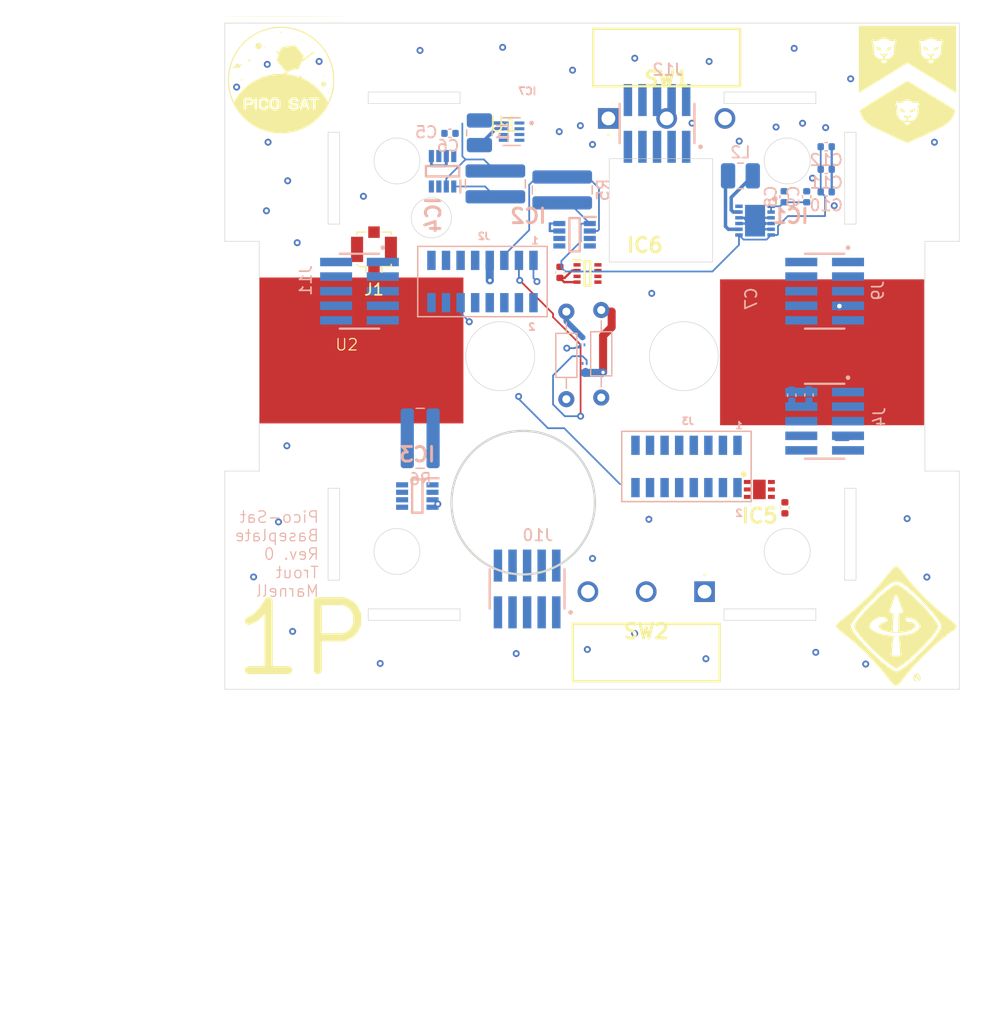
<source format=kicad_pcb>
(kicad_pcb (version 20221018) (generator pcbnew)
  (layers (0 "F.Cu" signal) (1 "In1.Cu" signal) (2 "In2.Cu" signal) (31 "B.Cu" signal) (34 "B.Paste" user) (35 "F.Paste" user) (36 "B.SilkS" user "B.Silkscreen") (37 "F.SilkS" user "F.Silkscreen") (38 "B.Mask" user) (39 "F.Mask" user) (44 "Edge.Cuts" user))
  (net 0 "")
  (net 1 "RF ANTENNA")
  (net 2 "GND")
  (net 3 "Battery +")
  (net 4 "MCU ENABLE 2")
  (net 5 "+1V8")
  (net 6 "MCU ENABLE 1")
  (net 7 "VMPPT")
  (net 8 "PWM2(4)")
  (net 9 "1V8 MEASURE")
  (net 10 "3V3 MEASURE")
  (net 11 "MPPT ENABLE ")
  (net 12 "SDA(1)")
  (net 13 "SCL(1)")
  (net 14 "DRV ENABLE 1")
  (net 15 "PWM2(1)")
  (net 16 "PWM1(1)")
  (net 17 "1.8V")
  (net 18 "DRV ENABLE 2")
  (net 19 "PWM1(2)")
  (net 20 "PWM2(3)")
  (net 21 "PWM1(3)")
  (net 22 "DRV ENABLE 4")
  (net 23 "PWM1(4)")
  (net 24 "Net-(IC1-BULX)")
  (net 25 "Net-(IC1-BOLX)")
  (net 26 "3.3V")
  (net 27 "SCL(2)")
  (net 28 "SDA(2) ")
  (net 32 "VBAT+")
  (net 33 "DRV ENABLE 3")
  (net 34 "DRV ENABLE 5")
  (net 35 "PWM1(5)")
  (net 36 "PWM2(5)")
  (net 37 "PWM2(2) ")
  (net 38 "SDA(2)")
  (net 39 "PWM2(2)")
  (net 40 "Net-(Q1-D)")
  (net 41 "Net-(Q2-D)")
  (net 44 "Net-(IC7-SW)")
  (footprint "LIB_D2F-L2-A1 (1):D2FL2A1" (layer "F.Cu") (at 106.8 83.5 180)
    (fp_text reference "SW2")
    (fp_text value "SW_SPDT" hide)
  )
  (footprint "LOGO" (layer "F.Cu") (at 124.468517 39.409782)
    (fp_text reference "G***" hide)
    (fp_text value "LOGO" hide)
  )
  (footprint "LOGO" (layer "F.Cu") (at 69.89 38.89)
    (fp_text reference "G***" hide)
    (fp_text value "LOGO" hide)
  )
  (footprint "LOGO" (layer "F.Cu") (at 123.527845 86.525938)
    (fp_text reference "" hide)
    (fp_text value "LOGO" hide)
  )
  (footprint "" (layer "F.Cu") (at 117.04 62.66)
    (fp_text reference "U1")
    (fp_text value "~")
  )
  (footprint "OPT4048DTSR:SOTFL50P190X60-8N" (layer "F.Cu") (at 96.6 55.8)
    (fp_text reference "IC6")
    (fp_text value "OPT4048DTSR" hide)
  )
  (footprint "TMP117MAIDRVR:SON65P200X200X80-7N" (layer "F.Cu") (at 111.575 74.6)
    (fp_text reference "IC5")
    (fp_text value "TMP117MAIDRVR" hide)
  )
  (footprint "LIB_D2F-L2-A1 (1):D2FL2A1" (layer "F.Cu") (at 98.42 42.3)
    (fp_text reference "SW1")
    (fp_text value "SW_SPDT" hide)
  )
  (footprint "Connector_Coaxial:U.FL_Molex_MCRF_73412-0110_Vertical" (layer "F.Cu") (at 78 53.7)
    (fp_text reference "J1")
    (fp_text value "Conn_Coaxial")
  )
  (footprint "Capacitor_SMD:C_0402_1005Metric" (layer "F.Cu") (at 113.8 76.2 90)
    (fp_text reference "C14" hide)
    (fp_text value "0.1uF")
  )
  (footprint "Capacitor_SMD:C_0402_1005Metric" (layer "F.Cu") (at 94.2 55.7 90)
    (fp_text reference "C13" hide)
    (fp_text value "0.1uF")
  )
  (footprint "PICO TRANSISTOR:antenna" (layer "F.Cu") (at 75.63 62.5)
    (fp_text reference "U2")
    (fp_text value "~")
  )
  (footprint "FLE-108-01-G-DV (1):FLE-108-01-XX-DV" (layer "B.Cu") (at 105.225 72.6 180)
    (fp_text reference "J3")
    (fp_text value "FLE-108-01-XX-DV")
  )
  (footprint "Capacitor_SMD:C_0402_1005Metric" (layer "B.Cu") (at 115.9 66.38 -90)
    (fp_text reference "C6")
    (fp_text value "10uF")
  )
  (footprint "Capacitor_SMD:C_0402_1005Metric" (layer "B.Cu") (at 117.4 44.76)
    (fp_text reference "C12")
    (fp_text value "1uF")
  )
  (footprint "Resistor_SMD:R_1020_2550Metric" (layer "B.Cu") (at 94.4 48.525 90)
    (fp_text reference "R5")
    (fp_text value "20m")
  )
  (footprint "Capacitor_SMD:C_0402_1005Metric" (layer "B.Cu") (at 117.4 46.73)
    (fp_text reference "C11")
    (fp_text value "10uF")
  )
  (footprint "FTSH-105-01-L-DV:SAMTEC_FTSH-105-XX-X-DV" (layer "B.Cu") (at 102.66 42.735 180)
    (fp_text reference "J12")
    (fp_text value "FTSH-105-XX-X-DV")
  )
  (footprint "Capacitor_SMD:C_0402_1005Metric" (layer "B.Cu") (at 114.4 66.4 -90)
    (fp_text reference "C7")
    (fp_text value "1uF")
  )
  (footprint "TPS62840DLCR:SON50P200X150X100-8N" (layer "B.Cu") (at 89.985 43.45 180)
    (fp_text reference "IC7")
    (fp_text value "TPS62840DLCR")
  )
  (footprint "RP604K331A-TR:SON50P270X300X60-13N" (layer "B.Cu") (at 111.2 51.2 180)
    (fp_text reference "IC1")
    (fp_text value "RP604K331A-TR" hide)
  )
  (footprint "Capacitor_SMD:C_0402_1005Metric" (layer "B.Cu") (at 84.62 43.6 180)
    (fp_text reference "C5")
    (fp_text value "4.7uF")
  )
  (footprint "Capacitor_SMD:C_0402_1005Metric" (layer "B.Cu") (at 113.73 49.12 -90)
    (fp_text reference "C8")
    (fp_text value "1uF")
  )
  (footprint "PICO TRANSISTOR:Transistor for baseplate" (layer "B.Cu") (at 95.985 62.128 90)
    (fp_text reference "Q2" hide)
    (fp_text value "2N7002" hide)
  )
  (footprint "FTSH-105-01-L-DV:SAMTEC_FTSH-105-XX-X-DV" (layer "B.Cu") (at 117.265 57.34 -90)
    (fp_text reference "J9")
    (fp_text value "FTSH-105-XX-X-DV")
  )
  (footprint "FTSH-105-01-L-DV:SAMTEC_FTSH-105-XX-X-DV" (layer "B.Cu") (at 76.735 57.34 -90)
    (fp_text reference "J11")
    (fp_text value "FTSH-105-XX-X-DV")
  )
  (footprint "INA236AIDDFR:SOP65P280X110-8N" (layer "B.Cu") (at 95.475 52.425 180)
    (fp_text reference "IC2")
    (fp_text value "INA236AIDDFR" hide)
  )
  (footprint "Resistor_SMD:R_1020_2550Metric" (layer "B.Cu") (at 88.575 48 90)
    (fp_text reference "R7" hide)
    (fp_text value "20m")
  )
  (footprint "FTSH-105-01-L-DV:SAMTEC_FTSH-105-XX-X-DV" (layer "B.Cu") (at 117.265 68.66 -90)
    (fp_text reference "J4")
    (fp_text value "FTSH-105-XX-X-DV")
  )
  (footprint "Inductor_SMD:L_1008_2520Metric" (layer "B.Cu") (at 87.185 43.55 90)
    (fp_text reference "L1")
    (fp_text value "2.2uH")
  )
  (footprint "INA236AIDDFR:SOP65P280X110-8N" (layer "B.Cu") (at 81.775 75.175 180)
    (fp_text reference "IC3")
    (fp_text value "INA236AIDDFR" hide)
  )
  (footprint "INA236AIDDFR:SOP65P280X110-8N" (layer "B.Cu") (at 83.975 46.9 90)
    (fp_text reference "IC4")
    (fp_text value "INA236AIDDFR" hide)
  )
  (footprint "Resistor_SMD:R_1020_2550Metric" (layer "B.Cu") (at 82.025 70.15)
    (fp_text reference "R6")
    (fp_text value "20m")
  )
  (footprint "FTSH-105-01-L-DV:SAMTEC_FTSH-105-XX-X-DV" (layer "B.Cu") (at 91.34 83.265 180)
    (fp_text reference "J10")
    (fp_text value "FTSH-105-XX-X-DV")
  )
  (footprint "Resistor_THT:R_Axial_DIN0204_L3.6mm_D1.6mm_P7.62mm_Horizontal" (layer "B.Cu") (at 94.76 59.12 -90)
    (fp_text reference "R1" hide)
    (fp_text value "R_Small_US" hide)
  )
  (footprint "Inductor_SMD:L_1008_2520Metric" (layer "B.Cu") (at 109.925 47.3 180)
    (fp_text reference "L2")
    (fp_text value "2.2uH")
  )
  (footprint "Resistor_THT:R_Axial_DIN0204_L3.6mm_D1.6mm_P7.62mm_Horizontal" (layer "B.Cu") (at 97.8 58.98 -90)
    (fp_text reference "R2" hide)
    (fp_text value "R_Small_US" hide)
  )
  (footprint "Capacitor_SMD:C_0402_1005Metric" (layer "B.Cu") (at 117.4 48.7)
    (fp_text reference "C10")
    (fp_text value "10uF")
  )
  (footprint "Capacitor_SMD:C_0402_1005Metric" (layer "B.Cu") (at 115.7 49.12 -90)
    (fp_text reference "C9")
    (fp_text value "10uF")
  )
  (footprint "FLE-108-01-G-DV (1):FLE-108-01-XX-DV" (layer "B.Cu") (at 87.45 56.5 180)
    (fp_text reference "J2")
    (fp_text value "FLE-108-01-XX-DV")
  )
  (footprint "PICO TRANSISTOR:Transistor for baseplate" (layer "B.Cu") (at 96.529 63.517 -90)
    (fp_text reference "Q1" hide)
    (fp_text value "2N7002" hide)
  )
  (gr_line (start 75 74.5) (end 75 82.5) (stroke (width 0.05)) (layer "Edge.Cuts"))
  (gr_line (start 116.5 40) (end 116.5 41) (stroke (width 0.05)) (layer "Edge.Cuts"))
  (gr_line (start 119 82.5) (end 119 74.5) (stroke (width 0.05)) (layer "Edge.Cuts"))
  (gr_line (start 74 74.5) (end 75 74.5) (stroke (width 0.05)) (layer "Edge.Cuts"))
  (gr_line (start 126 73) (end 126 53) (stroke (width 0.05)) (layer "Edge.Cuts"))
  (gr_line (start 120 51.5) (end 119 51.5) (stroke (width 0.05)) (layer "Edge.Cuts"))
  (gr_circle (center 114 80) (end 112 80) (stroke (width 0.05)) (fill none) (layer "Edge.Cuts"))
  (gr_line (start 77.5 40) (end 85.5 40) (stroke (width 0.05)) (layer "Edge.Cuts"))
  (gr_line (start 77.5 85) (end 85.5 85) (stroke (width 0.05)) (layer "Edge.Cuts"))
  (gr_line (start 85.5 85) (end 85.5 86) (stroke (width 0.05)) (layer "Edge.Cuts"))
  (gr_line (start 75 82.5) (end 74 82.5) (stroke (width 0.05)) (layer "Edge.Cuts"))
  (gr_line (start 85.5 40) (end 85.5 41) (stroke (width 0.05)) (layer "Edge.Cuts"))
  (gr_line (start 116.5 41) (end 108.5 41) (stroke (width 0.05)) (layer "Edge.Cuts"))
  (gr_line (start 116.5 86) (end 108.5 86) (stroke (width 0.05)) (layer "Edge.Cuts"))
  (gr_line (start 74 82.5) (end 74 74.5) (stroke (width 0.05)) (layer "Edge.Cuts"))
  (gr_line (start 85.5 86) (end 77.5 86) (stroke (width 0.05)) (layer "Edge.Cuts"))
  (gr_line (start 108.5 86) (end 108.5 85) (stroke (width 0.05)) (layer "Edge.Cuts"))
  (gr_circle (center 91 75.75) (end 97.25 75.75) (stroke (width 0.2)) (fill none) (layer "Edge.Cuts"))
  (gr_line (start 120 43.5) (end 120 51.5) (stroke (width 0.05)) (layer "Edge.Cuts"))
  (gr_line (start 65 92) (end 129 92) (stroke (width 0.05)) (layer "Edge.Cuts"))
  (gr_circle (center 114 46) (end 114 48) (stroke (width 0.05)) (fill none) (layer "Edge.Cuts"))
  (gr_circle (center 105 63) (end 108 63) (stroke (width 0.05)) (fill none) (layer "Edge.Cuts"))
  (gr_line (start 129 53) (end 129 34) (stroke (width 0.05)) (layer "Edge.Cuts"))
  (gr_circle (center 80 46) (end 82 46) (stroke (width 0.05)) (fill none) (layer "Edge.Cuts"))
  (gr_circle (center 89 63) (end 92 63) (stroke (width 0.05)) (fill none) (layer "Edge.Cuts"))
  (gr_circle (center 80 80) (end 80 78) (stroke (width 0.05)) (fill none) (layer "Edge.Cuts"))
  (gr_line (start 108.5 41) (end 108.5 40) (stroke (width 0.05)) (layer "Edge.Cuts"))
  (gr_line (start 129 73) (end 129 92) (stroke (width 0.05)) (layer "Edge.Cuts"))
  (gr_line (start 65 53) (end 65 34) (stroke (width 0.05)) (layer "Edge.Cuts"))
  (gr_line (start 68 73) (end 65 73) (stroke (width 0.05)) (layer "Edge.Cuts"))
  (gr_line (start 129 73) (end 126 73) (stroke (width 0.05)) (layer "Edge.Cuts"))
  (gr_line (start 129 34) (end 65 34) (stroke (width 0.05)) (layer "Edge.Cuts"))
  (gr_line (start 74 51.5) (end 74 43.5) (stroke (width 0.05)) (layer "Edge.Cuts"))
  (gr_line (start 74 43.5) (end 75 43.5) (stroke (width 0.05)) (layer "Edge.Cuts"))
  (gr_line (start 108.5 40) (end 116.5 40) (stroke (width 0.05)) (layer "Edge.Cuts"))
  (gr_line (start 85.5 41) (end 77.5 41) (stroke (width 0.05)) (layer "Edge.Cuts"))
  (gr_line (start 75 43.5) (end 75 51.5) (stroke (width 0.05)) (layer "Edge.Cuts"))
  (gr_line (start 120 74.5) (end 120 82.5) (stroke (width 0.05)) (layer "Edge.Cuts"))
  (gr_line (start 77.5 86) (end 77.5 85) (stroke (width 0.05)) (layer "Edge.Cuts"))
  (gr_line (start 65 53) (end 68 53) (stroke (width 0.05)) (layer "Edge.Cuts"))
  (gr_line (start 68 53) (end 68 73) (stroke (width 0.05)) (layer "Edge.Cuts"))
  (gr_line (start 108.5 85) (end 116.5 85) (stroke (width 0.05)) (layer "Edge.Cuts"))
  (gr_line (start 120 82.5) (end 119 82.5) (stroke (width 0.05)) (layer "Edge.Cuts"))
  (gr_line (start 75 51.5) (end 74 51.5) (stroke (width 0.05)) (layer "Edge.Cuts"))
  (gr_line (start 116.5 85) (end 116.5 86) (stroke (width 0.05)) (layer "Edge.Cuts"))
  (gr_rect (start 98.5 45.8) (end 107.5 54.8) (stroke (width 0.05)) (fill none) (layer "Edge.Cuts"))
  (gr_line (start 77.5 41) (end 77.5 40) (stroke (width 0.05)) (layer "Edge.Cuts"))
  (gr_line (start 65 73) (end 65 92) (stroke (width 0.05)) (layer "Edge.Cuts"))
  (gr_line (start 119 43.5) (end 120 43.5) (stroke (width 0.05)) (layer "Edge.Cuts"))
  (gr_line (start 119 51.5) (end 119 43.5) (stroke (width 0.05)) (layer "Edge.Cuts"))
  (gr_line (start 126 53) (end 129 53) (stroke (width 0.05)) (layer "Edge.Cuts"))
  (gr_circle (center 83 50.95) (end 84.75 50.95) (stroke (width 0.05)) (fill none) (layer "Edge.Cuts"))
  (gr_line (start 119 74.5) (end 120 74.5) (stroke (width 0.05)) (layer "Edge.Cuts"))
  (gr_text "Pico-Sat\nBaseplate\nRev. 0\nTrout\nMarnell\n\n\n" (at 73.27 87.25) (layer "B.SilkS") (effects (font (size 1 1) (thickness 0.1)) (justify left bottom mirror)))
  (gr_text "1P" (at 65.5 91.1) (layer "F.SilkS") (effects (font (size 6 6) (thickness 0.7)) (justify left bottom)))
  (segment (start 98.707 60.473018) (end 98.707 59.12) (width 0.7) (layer "F.Cu") (net 0))
  (segment (start 97.96 61.220018) (end 98.707 60.473018) (width 0.7) (layer "F.Cu") (net 0))
  (segment (start 97.94 59.12) (end 97.8 58.98) (width 0.7) (layer "F.Cu") (net 0))
  (segment (start 98.707 59.12) (end 97.94 59.12) (width 0.7) (layer "F.Cu") (net 0))
  (segment (start 97.96 64.41) (end 97.96 61.220018) (width 0.7) (layer "F.Cu") (net 0))
  (via (at 97.96 64.41) (size 0.6) (drill 0.3) (layers "F.Cu" "B.Cu") (net 0))
  (segment (start 96.357 64.450792) (end 97.919208 64.450792) (width 0.7) (layer "B.Cu") (net 0))
  (segment (start 97.919208 64.450792) (end 97.96 64.41) (width 0.7) (layer "B.Cu") (net 0))
  (segment (start 94.76 59.958) (end 94.76 59.12) (width 0.5) (layer "B.Cu") (net 0))
  (segment (start 96.357 64.450792) (end 96.437396 64.370396) (width 0.7) (layer "B.Cu") (net 0))
  (segment (start 96.165 61.363) (end 94.76 59.958) (width 0.5) (layer "B.Cu") (net 0))
  (segment (start 76.9 57.1019) (end 76.9 62.5) (width 0.2) (layer "F.Cu") (net 1))
  (segment (start 78 55.2) (end 78 56.0019) (width 0.2) (layer "F.Cu") (net 1))
  (segment (start 78 56.0019) (end 76.9 57.1019) (width 0.2) (layer "F.Cu") (net 1))
  (segment (start 94.57 56.55) (end 94.771 56.55) (width 0.2) (layer "F.Cu") (net 2))
  (segment (start 95.2513 55.55) (end 94.6213 56.18) (width 0.2) (layer "F.Cu") (net 2))
  (segment (start 94.6213 56.18) (end 94.2 56.18) (width 0.2) (layer "F.Cu") (net 2))
  (segment (start 94.2 56.18) (end 94.57 56.55) (width 0.2) (layer "F.Cu") (net 2))
  (segment (start 95.69 55.55) (end 95.2513 55.55) (width 0.2) (layer "F.Cu") (net 2))
  (segment (start 94.771 56.55) (end 95.69 56.55) (width 0.2) (layer "F.Cu") (net 2))
  (via (at 89.21 36.11) (size 0.6) (drill 0.3) (layers "F.Cu" "B.Cu") (net 2))
  (via (at 68.7 37.59) (size 0.6) (drill 0.3) (layers "F.Cu" "B.Cu") (net 2))
  (via (at 68.77 44.37) (size 0.6) (drill 0.3) (layers "F.Cu" "B.Cu") (net 2))
  (via (at 109.82 44.28) (size 0.6) (drill 0.3) (layers "F.Cu" "B.Cu") (net 2))
  (via (at 95.3 38.1) (size 0.6) (drill 0.3) (layers "F.Cu" "B.Cu") (net 2))
  (via (at 113.03 43.05) (size 0.6) (drill 0.3) (layers "F.Cu" "B.Cu") (net 2))
  (via (at 95.98 42.93) (size 0.6) (drill 0.3) (layers "F.Cu" "B.Cu") (net 2))
  (via (at 118.55 58.64) (size 0.8) (drill 0.4) (layers "F.Cu" "B.Cu") (net 2))
  (via (at 66.03 39.57) (size 0.6) (drill 0.3) (layers "F.Cu" "B.Cu") (net 2))
  (via (at 114.61 36.2) (size 0.6) (drill 0.3) (layers "F.Cu" "B.Cu") (net 2))
  (via (at 70.91 86.96) (size 0.6) (drill 0.3) (layers "F.Cu" "B.Cu") (net 2))
  (via (at 100.71 87.14) (size 0.6) (drill 0.3) (layers "F.Cu" "B.Cu") (net 2))
  (via (at 100.72 37.06) (size 0.6) (drill 0.3) (layers "F.Cu" "B.Cu") (net 2))
  (via (at 102.2 57.53) (size 0.6) (drill 0.3) (layers "F.Cu" "B.Cu") (net 2))
  (via (at 120.84 89.8) (size 0.6) (drill 0.3) (layers "F.Cu" "B.Cu") (net 2))
  (via (at 97.04 44.57) (size 0.6) (drill 0.3) (layers "F.Cu" "B.Cu") (net 2))
  (via (at 96.59 88.53) (size 0.6) (drill 0.3) (layers "F.Cu" "B.Cu") (net 2))
  (via (at 83.56 75.87) (size 0.6) (drill 0.3) (layers "F.Cu" "B.Cu") (net 2))
  (via (at 118.1 49.9) (size 0.6) (drill 0.3) (layers "F.Cu" "B.Cu") (net 2))
  (via (at 77.08 49.08) (size 0.6) (drill 0.3) (layers "F.Cu" "B.Cu") (net 2))
  (via (at 68.63 50.34) (size 0.6) (drill 0.3) (layers "F.Cu" "B.Cu") (net 2))
  (via (at 82.01 36.38) (size 0.6) (drill 0.3) (layers "F.Cu" "B.Cu") (net 2))
  (via (at 106.92 89.34) (size 0.6) (drill 0.3) (layers "F.Cu" "B.Cu") (net 2))
  (via (at 117.35 43.1) (size 0.6) (drill 0.3) (layers "F.Cu" "B.Cu") (net 2))
  (via (at 97.04 80.61) (size 0.6) (drill 0.3) (layers "F.Cu" "B.Cu") (net 2))
  (via (at 119.53 38.85) (size 0.6) (drill 0.3) (layers "F.Cu" "B.Cu") (net 2))
  (via (at 70.41 70.8) (size 0.6) (drill 0.3) (layers "F.Cu" "B.Cu") (net 2))
  (via (at 115.34 42.72) (size 0.6) (drill 0.3) (layers "F.Cu" "B.Cu") (net 2))
  (via (at 73.22 37.34) (size 0.6) (drill 0.3) (layers "F.Cu" "B.Cu") (net 2))
  (via (at 107.2 37.34) (size 0.6) (drill 0.3) (layers "F.Cu" "B.Cu") (net 2))
  (via (at 126.17 82.23) (size 0.6) (drill 0.3) (layers "F.Cu" "B.Cu") (net 2))
  (via (at 126.83 44.37) (size 0.6) (drill 0.3) (layers "F.Cu" "B.Cu") (net 2))
  (via (at 105.71 42.71) (size 0.6) (drill 0.3) (layers "F.Cu" "B.Cu") (net 2))
  (via (at 78.54 89.75) (size 0.6) (drill 0.3) (layers "F.Cu" "B.Cu") (net 2))
  (via (at 70.48 47.73) (size 0.6) (drill 0.3) (layers "F.Cu" "B.Cu") (net 2))
  (via (at 90.39 88.89) (size 0.6) (drill 0.3) (layers "F.Cu" "B.Cu") (net 2))
  (via (at 124.45 77.14) (size 0.6) (drill 0.3) (layers "F.Cu" "B.Cu") (net 2))
  (via (at 69.68 77.43) (size 0.6) (drill 0.3) (layers "F.Cu" "B.Cu") (net 2))
  (via (at 94.14 43.45) (size 0.6) (drill 0.3) (layers "F.Cu" "B.Cu") (net 2))
  (via (at 67.51 82.22) (size 0.6) (drill 0.3) (layers "F.Cu" "B.Cu") (net 2))
  (via (at 116.49 88.78) (size 0.6) (drill 0.3) (layers "F.Cu" "B.Cu") (net 2))
  (via (at 71.31 53.12) (size 0.6) (drill 0.3) (layers "F.Cu" "B.Cu") (net 2))
  (via (at 116.2 47.5) (size 0.6) (drill 0.3) (layers "F.Cu" "B.Cu") (net 2))
  (segment (start 112.6 51.45) (end 112.1286 51.45) (width 0.2) (layer "B.Cu") (net 2))
  (segment (start 117.88 48.7) (end 117.88 46.73) (width 0.2) (layer "B.Cu") (net 2))
  (segment (start 111.9731 51.6055) (end 112.1286 51.45) (width 0.2) (layer "B.Cu") (net 2))
  (segment (start 93.7366 52.1) (end 93.3231 52.1) (width 0.2) (layer "B.Cu") (net 2))
  (segment (start 112.2866 50.95) (end 111.9731 50.95) (width 0.2) (layer "B.Cu") (net 2))
  (segment (start 110.4269 50.95) (end 110.6769 51.2) (width 0.2) (layer "B.Cu") (net 2))
  (segment (start 109.8 51.45) (end 110.4269 51.45) (width 0.2) (layer "B.Cu") (net 2))
  (segment (start 93.3231 52.1) (end 93.3231 51.45) (width 0.2) (layer "B.Cu") (net 2))
  (segment (start 111.2 51.2) (end 111.7231 51.2) (width 0.2) (layer "B.Cu") (net 2))
  (segment (start 110.2188 50.95) (end 110.4269 50.95) (width 0.2) (layer "B.Cu") (net 2))
  (segment (start 94.15 51.45) (end 93.3231 51.45) (width 0.2) (layer "B.Cu") (net 2))
  (segment (start 110.4269 51.1581) (end 110.4269 51.45) (width 0.2) (layer "B.Cu") (net 2))
  (segment (start 115.8133 48.5267) (end 115.7 48.64) (width 0.2) (layer "B.Cu") (net 2))
  (segment (start 110.6769 51.2) (end 111.2 51.2) (width 0.2) (layer "B.Cu") (net 2))
  (segment (start 110.2188 50.95) (end 110.4269 51.1581) (width 0.2) (layer "B.Cu") (net 2))
  (segment (start 109.8 50.95) (end 110.1135 50.95) (width 0.2) (layer "B.Cu") (net 2))
  (segment (start 112.1286 51.45) (end 111.9731 51.45) (width 0.2) (layer "B.Cu") (net 2))
  (segment (start 112.1286 51.45) (end 111.9731 51.2945) (width 0.2) (layer "B.Cu") (net 2))
  (segment (start 117.88 46.73) (end 117.88 44.76) (width 0.2) (layer "B.Cu") (net 2))
  (segment (start 111.7231 51.2) (end 111.9731 51.45) (width 0.2) (layer "B.Cu") (net 2))
  (segment (start 112.2866 50.95) (end 112.6 50.95) (width 0.2) (layer "B.Cu") (net 2))
  (segment (start 111.9731 51.95) (end 111.9731 51.6055) (width 0.2) (layer "B.Cu") (net 2))
  (segment (start 110.1135 50.95) (end 110.2188 50.95) (width 0.2) (layer "B.Cu") (net 2))
  (segment (start 111.9731 51.2945) (end 111.9731 50.95) (width 0.2) (layer "B.Cu") (net 2))
  (segment (start 84.275 54.0884) (end 84.275 54.6585) (width 0.2) (layer "B.Cu") (net 2))
  (segment (start 93.7366 52.1) (end 94.15 52.1) (width 0.2) (layer "B.Cu") (net 2))
  (segment (start 112.6 51.95) (end 111.9731 51.95) (width 0.2) (layer "B.Cu") (net 2))
  (segment (start 87.575 45.875) (end 85.975 45.875) (width 0.15) (layer "B.Cu") (net 3))
  (segment (start 112.6 49.95) (end 113.38 49.95) (width 0.15) (layer "B.Cu") (net 3))
  (segment (start 85.975 45.875) (end 84.3 47.55) (width 0.15) (layer "B.Cu") (net 3))
  (segment (start 85.7 45.6) (end 85.975 45.875) (width 0.15) (layer "B.Cu") (net 3))
  (segment (start 112.6 50.45) (end 112.6 49.95) (width 0.15) (layer "B.Cu") (net 3))
  (segment (start 84.3 47.55) (end 84.3 48.225) (width 0.15) (layer "B.Cu") (net 3))
  (segment (start 113.38 49.95) (end 113.73 49.6) (width 0.15) (layer "B.Cu") (net 3))
  (segment (start 115.7 49.6) (end 113.73 49.6) (width 0.15) (layer "B.Cu") (net 3))
  (segment (start 88.575 46.875) (end 87.575 45.875) (width 0.15) (layer "B.Cu") (net 3))
  (segment (start 85.7 42.745) (end 85.7 45.6) (width 0.15) (layer "B.Cu") (net 3))
  (via (at 92.2 56.5) (size 0.6) (drill 0.3) (layers "F.Cu" "B.Cu") (net 4))
  (via (at 94.8 62.3) (size 0.6) (drill 0.3) (layers "F.Cu" "B.Cu") (net 4))
  (segment (start 91.895 56.195) (end 91.895 54.6585) (width 0.15) (layer "B.Cu") (net 4))
  (segment (start 95.8528 62.2425) (end 95.5416 62.2425) (width 0.15) (layer "B.Cu") (net 4))
  (segment (start 95.4841 62.3) (end 94.8 62.3) (width 0.15) (layer "B.Cu") (net 4))
  (segment (start 95.8528 62.1462) (end 95.985 62.014) (width 0.1498) (layer "B.Cu") (net 4))
  (segment (start 95.8528 62.2425) (end 95.8528 62.1462) (width 0.2) (layer "B.Cu") (net 4))
  (segment (start 95.5416 62.2425) (end 95.4841 62.3) (width 0.15) (layer "B.Cu") (net 4))
  (segment (start 92.2 56.5) (end 91.895 56.195) (width 0.15) (layer "B.Cu") (net 4))
  (segment (start 93.6 59.3) (end 93.6 59.6) (width 0.15) (layer "F.Cu") (net 6))
  (segment (start 93.6 59.6) (end 96 62) (width 0.15) (layer "F.Cu") (net 6))
  (segment (start 96 62) (end 96 68.2255) (width 0.15) (layer "F.Cu") (net 6))
  (segment (start 90.7 56.4) (end 93.6 59.3) (width 0.15) (layer "F.Cu") (net 6))
  (via (at 90.7 56.4) (size 0.6) (drill 0.3) (layers "F.Cu" "B.Cu") (net 6))
  (via (at 96 68.2255) (size 0.6) (drill 0.3) (layers "F.Cu" "B.Cu") (net 6))
  (segment (start 90.625 54.6585) (end 90.625 56.325) (width 0.15) (layer "B.Cu") (net 6))
  (segment (start 96.173 63) (end 95.2791 63) (width 0.15) (layer "B.Cu") (net 6))
  (segment (start 96.529 63.356) (end 96.173 63) (width 0.15) (layer "B.Cu") (net 6))
  (segment (start 93.6 64.6791) (end 93.6 67.2) (width 0.15) (layer "B.Cu") (net 6))
  (segment (start 94.6255 68.2255) (end 96 68.2255) (width 0.15) (layer "B.Cu") (net 6))
  (segment (start 93.6 67.2) (end 94.6255 68.2255) (width 0.15) (layer "B.Cu") (net 6))
  (segment (start 90.625 56.325) (end 90.7 56.4) (width 0.15) (layer "B.Cu") (net 6))
  (segment (start 96.529 63.631) (end 96.529 63.356) (width 0.15) (layer "B.Cu") (net 6))
  (segment (start 95.2791 63) (end 93.6 64.6791) (width 0.15) (layer "B.Cu") (net 6))
  (segment (start 88.575 49.125) (end 87.675 48.225) (width 0.15) (layer "B.Cu") (net 7))
  (segment (start 87.675 48.225) (end 84.95 48.225) (width 0.15) (layer "B.Cu") (net 7))
  (segment (start 87.41 42.7) (end 87.185 42.475) (width 0.3) (layer "B.Cu") (net 9))
  (segment (start 89.3 42.7) (end 87.41 42.7) (width 0.3) (layer "B.Cu") (net 9))
  (segment (start 114.42 65.9) (end 114.4 65.92) (width 0.15) (layer "B.Cu") (net 9))
  (segment (start 115.9 65.9) (end 114.42 65.9) (width 0.15) (layer "B.Cu") (net 9))
  (segment (start 96.8 51.45) (end 95 49.65) (width 0.15) (layer "B.Cu") (net 10))
  (segment (start 116.92 46.73) (end 116.92 44.76) (width 0.15) (layer "B.Cu") (net 10))
  (segment (start 117.3 49.08) (end 116.92 48.7) (width 0.15) (layer "B.Cu") (net 10))
  (segment (start 96 53.03) (end 96 51.575) (width 0.15) (layer "B.Cu") (net 10))
  (segment (start 94.6618 55.625) (end 94.325 55.2882) (width 0.15) (layer "B.Cu") (net 10))
  (segment (start 113.2 51.665) (end 114.065 50.8) (width 0.15) (layer "B.Cu") (net 10))
  (segment (start 114.065 50.8) (end 117.3 50.8) (width 0.15) (layer "B.Cu") (net 10))
  (segment (start 116.92 46.73) (end 116.92 48.7) (width 0.15) (layer "B.Cu") (net 10))
  (segment (start 94.325 54.705) (end 96 53.03) (width 0.15) (layer "B.Cu") (net 10))
  (segment (start 112.6 52.45) (end 113.125 52.45) (width 0.15) (layer "B.Cu") (net 10))
  (segment (start 95 49.65) (end 94.4 49.65) (width 0.15) (layer "B.Cu") (net 10))
  (segment (start 113.2 52.375) (end 113.2 51.665) (width 0.15) (layer "B.Cu") (net 10))
  (segment (start 113.125 52.45) (end 113.2 52.375) (width 0.15) (layer "B.Cu") (net 10))
  (segment (start 117.3 50.8) (end 117.3 49.08) (width 0.15) (layer "B.Cu") (net 10))
  (segment (start 109.8 52.45) (end 109.8 53.3132) (width 0.15) (layer "B.Cu") (net 10))
  (segment (start 109.8 53.3132) (end 107.488 55.625) (width 0.15) (layer "B.Cu") (net 10))
  (segment (start 110.2 52.85) (end 109.8 52.45) (width 0.15) (layer "B.Cu") (net 10))
  (segment (start 107.488 55.625) (end 94.6618 55.625) (width 0.15) (layer "B.Cu") (net 10))
  (segment (start 94.325 55.2882) (end 94.325 54.705) (width 0.15) (layer "B.Cu") (net 10))
  (segment (start 96.125 51.45) (end 96.8 51.45) (width 0.15) (layer "B.Cu") (net 10))
  (segment (start 112.2 52.85) (end 110.2 52.85) (width 0.15) (layer "B.Cu") (net 10))
  (segment (start 112.6 52.45) (end 112.2 52.85) (width 0.15) (layer "B.Cu") (net 10))
  (segment (start 96 51.575) (end 96.125 51.45) (width 0.15) (layer "B.Cu") (net 10))
  (segment (start 84.2 46.425) (end 83.1 46.425) (width 0.25) (layer "B.Cu") (net 13))
  (segment (start 83.1 46.425) (end 83 46.325) (width 0.25) (layer "B.Cu") (net 13))
  (segment (start 84.3 45.575) (end 84.3 46.325) (width 0.25) (layer "B.Cu") (net 13))
  (segment (start 83 46.325) (end 83 45.575) (width 0.25) (layer "B.Cu") (net 13))
  (segment (start 84.3 46.325) (end 84.2 46.425) (width 0.25) (layer "B.Cu") (net 13))
  (segment (start 118.23 70.29) (end 119.325 70.29) (width 0.2) (layer "B.Cu") (net 17))
  (via (at 90.6 66.5) (size 0.6) (drill 0.3) (layers "F.Cu" "B.Cu") (net 18))
  (via (at 86.3 60) (size 0.6) (drill 0.3) (layers "F.Cu" "B.Cu") (net 18))
  (segment (start 85.545 58.3415) (end 85.545 59.245) (width 0.15) (layer "B.Cu") (net 18))
  (segment (start 85.545 59.245) (end 86.3 60) (width 0.15) (layer "B.Cu") (net 18))
  (segment (start 90.6 66.5) (end 90.6 66.713173) (width 0.15) (layer "B.Cu") (net 18))
  (segment (start 90.6 66.713173) (end 93.157087 69.27026) (width 0.15) (layer "B.Cu") (net 18))
  (segment (start 93.157087 69.27026) (end 94.57026 69.27026) (width 0.15) (layer "B.Cu") (net 18))
  (segment (start 94.57026 69.27026) (end 99.4367 74.1367) (width 0.15) (layer "B.Cu") (net 18))
  (segment (start 103.32 70.7585) (end 103.32 71.2284) (width 0.15) (layer "B.Cu") (net 19))
  (segment (start 109.125 49.175) (end 111 47.3) (width 0.3) (layer "B.Cu") (net 24))
  (segment (start 109.8 50.45) (end 109.3 50.45) (width 0.3) (layer "B.Cu") (net 24))
  (segment (start 109.3 50.45) (end 109.125 50.275) (width 0.3) (layer "B.Cu") (net 24))
  (segment (start 109.125 50.275) (end 109.125 49.175) (width 0.3) (layer "B.Cu") (net 24))
  (segment (start 108.85 47.3) (end 108.625499 47.524501) (width 0.3) (layer "B.Cu") (net 25))
  (segment (start 108.625499 47.524501) (end 108.625499 51.700499) (width 0.3) (layer "B.Cu") (net 25))
  (segment (start 108.625499 51.700499) (end 108.875 51.95) (width 0.3) (layer "B.Cu") (net 25))
  (segment (start 108.875 51.95) (end 109.8 51.95) (width 0.3) (layer "B.Cu") (net 25))
  (segment (start 91.525 48.075) (end 92.2 47.4) (width 0.15) (layer "B.Cu") (net 26))
  (segment (start 89.355 54.6585) (end 89.355 54.1886) (width 0.15) (layer "B.Cu") (net 26))
  (segment (start 96.8 52.1) (end 97.475 52.1) (width 0.15) (layer "B.Cu") (net 26))
  (segment (start 89.355 54.1886) (end 91.525 52.0186) (width 0.15) (layer "B.Cu") (net 26))
  (segment (start 97.6 48.375) (end 96.625 47.4) (width 0.15) (layer "B.Cu") (net 26))
  (segment (start 96.625 47.4) (end 94.4 47.4) (width 0.15) (layer "B.Cu") (net 26))
  (segment (start 91.525 52.0186) (end 91.525 48.075) (width 0.15) (layer "B.Cu") (net 26))
  (segment (start 97.6 51.975) (end 97.6 48.375) (width 0.15) (layer "B.Cu") (net 26))
  (segment (start 92.2 47.4) (end 94.4 47.4) (width 0.15) (layer "B.Cu") (net 26))
  (segment (start 97.475 52.1) (end 97.6 51.975) (width 0.15) (layer "B.Cu") (net 26))
  (via (at 88.1 56.4) (size 0.6) (drill 0.3) (layers "F.Cu" "B.Cu") (net 32))
  (segment (start 88.085 54.6585) (end 88.085 56.385) (width 0.7) (layer "B.Cu") (net 32))
  (segment (start 88.085 56.385) (end 88.1 56.4) (width 0.7) (layer "B.Cu") (net 32))
  (via (at 101.95 77.2) (size 0.6) (drill 0.3) (layers "F.Cu" "B.Cu") (net 37))
  (segment (start 101.925 77.2) (end 101.95 77.2) (width 0.15) (layer "B.Cu") (net 37))
  (segment (start 104.59 70.7585) (end 104.59 71.2284) (width 0.15) (layer "B.Cu") (net 39))
  (segment (start 89.3 43.2) (end 88.61 43.2) (width 0.3) (layer "B.Cu") (net 44))
  (segment (start 87.185 44.625) (end 87.426 44.625) (width 0.15) (layer "B.Cu") (net 44))
  (segment (start 88.61 43.2) (end 87.185 44.625) (width 0.3) (layer "B.Cu") (net 44))
)
</source>
